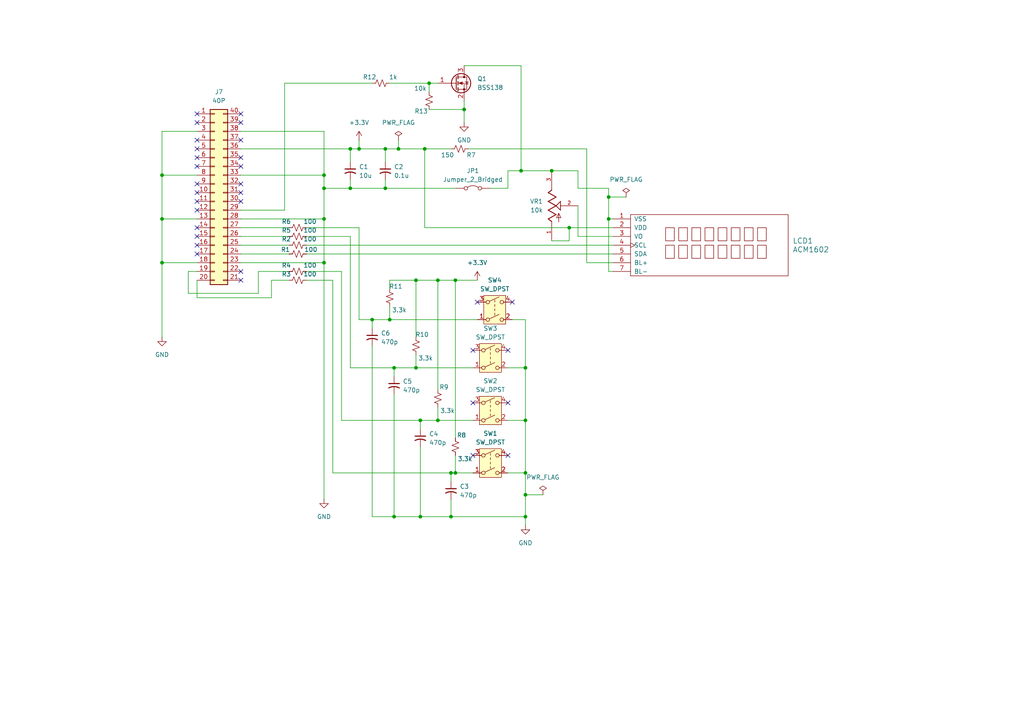
<source format=kicad_sch>
(kicad_sch (version 20250114) (generator "eeschema") (generator_version "9.0")
  (paper "A4")
  (lib_symbols
    (symbol "3362P-1-103:3362P-1-103" (pin_names (offset 1.016))
      (property "Reference" "VR" (at -10.1818 2.5465 0))
      (property "Value" "3362P-1-103" (at -10.1645 -7.6423 0))
      (symbol "3362P-1-103_0_0"
        (polyline (pts (xy -5.08 0) (xy -4.572 0)) (stroke (width 0.1524)))
        (polyline (pts (xy -4.699 -2.032) (xy -2.159 -2.032)) (stroke (width 0.1524)))
        (polyline (pts (xy -4.572 0) (xy -3.81 1.016)) (stroke (width 0.254)))
        (polyline (pts (xy -3.81 1.016) (xy -2.54 -1.27)) (stroke (width 0.254)))
        (polyline (pts (xy -3.429 -1.397) (xy -2.159 -2.032)) (stroke (width 0.1524)))
        (polyline (pts (xy -3.429 -2.667) (xy -3.429 -1.397)) (stroke (width 0.1524)))
        (polyline (pts (xy -2.54 -1.27) (xy -1.27 1.016)) (stroke (width 0.254)))
        (polyline (pts (xy -2.159 -2.032) (xy -3.429 -2.667)) (stroke (width 0.1524)))
        (polyline (pts (xy -1.27 1.016) (xy 0 -1.27)) (stroke (width 0.254)))
        (polyline (pts (xy -1.27 -2.54) (xy 0 -1.27)) (stroke (width 0.2032)))
        (polyline (pts (xy 0 -1.27) (xy 1.27 1.016)) (stroke (width 0.254)))
        (polyline (pts (xy 0 -1.27) (xy 1.27 -2.54)) (stroke (width 0.2032)))
        (polyline (pts (xy 1.27 1.016) (xy 2.54 -1.27)) (stroke (width 0.254)))
        (polyline (pts (xy 1.27 -2.54) (xy -1.27 -2.54)) (stroke (width 0.2032)))
        (polyline (pts (xy 2.54 -1.27) (xy 3.81 1.016)) (stroke (width 0.254)))
        (polyline (pts (xy 3.81 1.016) (xy 4.572 0)) (stroke (width 0.254)))
        (polyline (pts (xy 4.572 0) (xy 5.08 0)) (stroke (width 0.1524)))
        (pin passive line (at -10.16 0 0) (length 5.08) (name "~") (number "1"))
        (pin passive line (at 0 -7.62 90) (length 5.08) (name "~") (number "2"))
        (pin passive line (at 10.16 0 180) (length 5.08) (name "~") (number "3"))
      )
    )
    (symbol "Connector_Generic:Conn_02x20_Counter_Clockwise" (pin_names (offset 1.016) (hide yes))
      (property "Reference" "J" (at 1.27 25.4 0))
      (property "Value" "Conn_02x20_Counter_Clockwise" (at 1.27 -27.94 0))
      (symbol "Conn_02x20_Counter_Clockwise_1_1"
        (rectangle (start -1.27 24.13) (end 3.81 -26.67) (stroke (width 0.254)) (fill (type background)))
        (rectangle (start -1.27 22.987) (end 0 22.733) (stroke (width 0.1524)))
        (rectangle (start -1.27 20.447) (end 0 20.193) (stroke (width 0.1524)))
        (rectangle (start -1.27 17.907) (end 0 17.653) (stroke (width 0.1524)))
        (rectangle (start -1.27 15.367) (end 0 15.113) (stroke (width 0.1524)))
        (rectangle (start -1.27 12.827) (end 0 12.573) (stroke (width 0.1524)))
        (rectangle (start -1.27 10.287) (end 0 10.033) (stroke (width 0.1524)))
        (rectangle (start -1.27 7.747) (end 0 7.493) (stroke (width 0.1524)))
        (rectangle (start -1.27 5.207) (end 0 4.953) (stroke (width 0.1524)))
        (rectangle (start -1.27 2.667) (end 0 2.413) (stroke (width 0.1524)))
        (rectangle (start -1.27 0.127) (end 0 -0.127) (stroke (width 0.1524)))
        (rectangle (start -1.27 -2.413) (end 0 -2.667) (stroke (width 0.1524)))
        (rectangle (start -1.27 -4.953) (end 0 -5.207) (stroke (width 0.1524)))
        (rectangle (start -1.27 -7.493) (end 0 -7.747) (stroke (width 0.1524)))
        (rectangle (start -1.27 -10.033) (end 0 -10.287) (stroke (width 0.1524)))
        (rectangle (start -1.27 -12.573) (end 0 -12.827) (stroke (width 0.1524)))
        (rectangle (start -1.27 -15.113) (end 0 -15.367) (stroke (width 0.1524)))
        (rectangle (start -1.27 -17.653) (end 0 -17.907) (stroke (width 0.1524)))
        (rectangle (start -1.27 -20.193) (end 0 -20.447) (stroke (width 0.1524)))
        (rectangle (start -1.27 -22.733) (end 0 -22.987) (stroke (width 0.1524)))
        (rectangle (start -1.27 -25.273) (end 0 -25.527) (stroke (width 0.1524)))
        (rectangle (start 3.81 22.987) (end 2.54 22.733) (stroke (width 0.1524)))
        (rectangle (start 3.81 20.447) (end 2.54 20.193) (stroke (width 0.1524)))
        (rectangle (start 3.81 17.907) (end 2.54 17.653) (stroke (width 0.1524)))
        (rectangle (start 3.81 15.367) (end 2.54 15.113) (stroke (width 0.1524)))
        (rectangle (start 3.81 12.827) (end 2.54 12.573) (stroke (width 0.1524)))
        (rectangle (start 3.81 10.287) (end 2.54 10.033) (stroke (width 0.1524)))
        (rectangle (start 3.81 7.747) (end 2.54 7.493) (stroke (width 0.1524)))
        (rectangle (start 3.81 5.207) (end 2.54 4.953) (stroke (width 0.1524)))
        (rectangle (start 3.81 2.667) (end 2.54 2.413) (stroke (width 0.1524)))
        (rectangle (start 3.81 0.127) (end 2.54 -0.127) (stroke (width 0.1524)))
        (rectangle (start 3.81 -2.413) (end 2.54 -2.667) (stroke (width 0.1524)))
        (rectangle (start 3.81 -4.953) (end 2.54 -5.207) (stroke (width 0.1524)))
        (rectangle (start 3.81 -7.493) (end 2.54 -7.747) (stroke (width 0.1524)))
        (rectangle (start 3.81 -10.033) (end 2.54 -10.287) (stroke (width 0.1524)))
        (rectangle (start 3.81 -12.573) (end 2.54 -12.827) (stroke (width 0.1524)))
        (rectangle (start 3.81 -15.113) (end 2.54 -15.367) (stroke (width 0.1524)))
        (rectangle (start 3.81 -17.653) (end 2.54 -17.907) (stroke (width 0.1524)))
        (rectangle (start 3.81 -20.193) (end 2.54 -20.447) (stroke (width 0.1524)))
        (rectangle (start 3.81 -22.733) (end 2.54 -22.987) (stroke (width 0.1524)))
        (rectangle (start 3.81 -25.273) (end 2.54 -25.527) (stroke (width 0.1524)))
        (pin passive line (at -5.08 22.86 0) (length 3.81) (name "Pin_1") (number "1"))
        (pin passive line (at -5.08 20.32 0) (length 3.81) (name "Pin_2") (number "2"))
        (pin passive line (at -5.08 17.78 0) (length 3.81) (name "Pin_3") (number "3"))
        (pin passive line (at -5.08 15.24 0) (length 3.81) (name "Pin_4") (number "4"))
        (pin passive line (at -5.08 12.7 0) (length 3.81) (name "Pin_5") (number "5"))
        (pin passive line (at -5.08 10.16 0) (length 3.81) (name "Pin_6") (number "6"))
        (pin passive line (at -5.08 7.62 0) (length 3.81) (name "Pin_7") (number "7"))
        (pin passive line (at -5.08 5.08 0) (length 3.81) (name "Pin_8") (number "8"))
        (pin passive line (at -5.08 2.54 0) (length 3.81) (name "Pin_9") (number "9"))
        (pin passive line (at -5.08 0 0) (length 3.81) (name "Pin_10") (number "10"))
        (pin passive line (at -5.08 -2.54 0) (length 3.81) (name "Pin_11") (number "11"))
        (pin passive line (at -5.08 -5.08 0) (length 3.81) (name "Pin_12") (number "12"))
        (pin passive line (at -5.08 -7.62 0) (length 3.81) (name "Pin_13") (number "13"))
        (pin passive line (at -5.08 -10.16 0) (length 3.81) (name "Pin_14") (number "14"))
        (pin passive line (at -5.08 -12.7 0) (length 3.81) (name "Pin_15") (number "15"))
        (pin passive line (at -5.08 -15.24 0) (length 3.81) (name "Pin_16") (number "16"))
        (pin passive line (at -5.08 -17.78 0) (length 3.81) (name "Pin_17") (number "17"))
        (pin passive line (at -5.08 -20.32 0) (length 3.81) (name "Pin_18") (number "18"))
        (pin passive line (at -5.08 -22.86 0) (length 3.81) (name "Pin_19") (number "19"))
        (pin passive line (at -5.08 -25.4 0) (length 3.81) (name "Pin_20") (number "20"))
        (pin passive line (at 7.62 22.86 180) (length 3.81) (name "Pin_40") (number "40"))
        (pin passive line (at 7.62 20.32 180) (length 3.81) (name "Pin_39") (number "39"))
        (pin passive line (at 7.62 17.78 180) (length 3.81) (name "Pin_38") (number "38"))
        (pin passive line (at 7.62 15.24 180) (length 3.81) (name "Pin_37") (number "37"))
        (pin passive line (at 7.62 12.7 180) (length 3.81) (name "Pin_36") (number "36"))
        (pin passive line (at 7.62 10.16 180) (length 3.81) (name "Pin_35") (number "35"))
        (pin passive line (at 7.62 7.62 180) (length 3.81) (name "Pin_34") (number "34"))
        (pin passive line (at 7.62 5.08 180) (length 3.81) (name "Pin_33") (number "33"))
        (pin passive line (at 7.62 2.54 180) (length 3.81) (name "Pin_32") (number "32"))
        (pin passive line (at 7.62 0 180) (length 3.81) (name "Pin_31") (number "31"))
        (pin passive line (at 7.62 -2.54 180) (length 3.81) (name "Pin_30") (number "30"))
        (pin passive line (at 7.62 -5.08 180) (length 3.81) (name "Pin_29") (number "29"))
        (pin passive line (at 7.62 -7.62 180) (length 3.81) (name "Pin_28") (number "28"))
        (pin passive line (at 7.62 -10.16 180) (length 3.81) (name "Pin_27") (number "27"))
        (pin passive line (at 7.62 -12.7 180) (length 3.81) (name "Pin_26") (number "26"))
        (pin passive line (at 7.62 -15.24 180) (length 3.81) (name "Pin_25") (number "25"))
        (pin passive line (at 7.62 -17.78 180) (length 3.81) (name "Pin_24") (number "24"))
        (pin passive line (at 7.62 -20.32 180) (length 3.81) (name "Pin_23") (number "23"))
        (pin passive line (at 7.62 -22.86 180) (length 3.81) (name "Pin_22") (number "22"))
        (pin passive line (at 7.62 -25.4 180) (length 3.81) (name "Pin_21") (number "21"))
      )
    )
    (symbol "Device:C_Small_US" (pin_numbers (hide yes)) (pin_names (offset 0.254) (hide yes))
      (property "Reference" "C" (at 0.254 1.778 0))
      (property "Value" "C_Small_US" (at 0.254 -2.032 0))
      (symbol "C_Small_US_0_1"
        (polyline (pts (xy -1.524 0.508) (xy 1.524 0.508)) (stroke (width 0.3048)))
        (arc (start -1.524 -0.762) (mid 0 -0.3734) (end 1.524 -0.762) (stroke (width 0.3048)))
      )
      (symbol "C_Small_US_1_1"
        (pin passive line (at 0 2.54 270) (length 2.032) (name "~") (number "1"))
        (pin passive line (at 0 -2.54 90) (length 2.032) (name "~") (number "2"))
      )
    )
    (symbol "Device:R_Small_US" (pin_numbers (hide yes)) (pin_names (offset 0.254) (hide yes))
      (property "Reference" "R" (at 0.762 0.508 0))
      (property "Value" "R_Small_US" (at 0.762 -1.016 0))
      (symbol "R_Small_US_1_1"
        (polyline (pts (xy 0 1.524) (xy 1.016 1.143) (xy 0 0.762) (xy -1.016 0.381) (xy 0 0)))
        (polyline (pts (xy 0 0) (xy 1.016 -0.381) (xy 0 -0.762) (xy -1.016 -1.143) (xy 0 -1.524)))
        (pin passive line (at 0 2.54 270) (length 1.016) (name "~") (number "1"))
        (pin passive line (at 0 -2.54 90) (length 1.016) (name "~") (number "2"))
      )
    )
    (symbol "Jumper:Jumper_2_Bridged" (pin_numbers (hide yes)) (pin_names (offset 0) (hide yes))
      (property "Reference" "JP" (at 0 1.905 0))
      (property "Value" "Jumper_2_Bridged" (at 0 -2.54 0))
      (symbol "Jumper_2_Bridged_0_0"
        (circle (center -2.032 0) (radius 0.508))
        (circle (center 2.032 0) (radius 0.508))
      )
      (symbol "Jumper_2_Bridged_0_1"
        (arc (start -1.524 0.254) (mid 0 0.762) (end 1.524 0.254))
      )
      (symbol "Jumper_2_Bridged_1_1"
        (pin passive line (at -5.08 0 0) (length 2.54) (name "A") (number "1"))
        (pin passive line (at 5.08 0 180) (length 2.54) (name "B") (number "2"))
      )
    )
    (symbol "Switch:SW_DPST" (pin_names (offset 0) (hide yes))
      (property "Reference" "SW" (at 0 6.35 0))
      (property "Value" "SW_DPST" (at 0 -5.08 0))
      (symbol "SW_DPST_0_0"
        (circle (center -2.032 2.54) (radius 0.508))
        (circle (center -2.032 -2.54) (radius 0.508))
        (polyline (pts (xy -1.524 2.794) (xy 1.27 4.064)))
        (polyline (pts (xy -1.524 -2.286) (xy 1.27 -1.016)))
        (polyline (pts (xy 0 2.54) (xy 0 3.175)))
        (polyline (pts (xy 0 1.27) (xy 0 1.905)))
        (polyline (pts (xy 0 0) (xy 0 0.635)))
        (polyline (pts (xy 0 -1.27) (xy 0 -0.635)))
        (circle (center 2.032 2.54) (radius 0.508))
        (circle (center 2.032 -2.54) (radius 0.508))
      )
      (symbol "SW_DPST_1_1"
        (rectangle (start -3.175 4.445) (end 3.175 -3.81) (fill (type background)))
        (pin passive line (at -5.08 2.54 0) (length 2.54) (name "3") (number "3"))
        (pin passive line (at -5.08 -2.54 0) (length 2.54) (name "1") (number "1"))
        (pin passive line (at 5.08 2.54 180) (length 2.54) (name "4") (number "4"))
        (pin passive line (at 5.08 -2.54 180) (length 2.54) (name "2") (number "2"))
      )
    )
    (symbol "Transistor_FET:IRLML2060" (pin_names (hide yes))
      (property "Reference" "Q" (at 5.08 1.905 0))
      (property "Value" "IRLML2060" (at 5.08 0 0))
      (symbol "IRLML2060_0_1"
        (polyline (pts (xy 0.254 1.905) (xy 0.254 -1.905)) (stroke (width 0.254)))
        (polyline (pts (xy 0.254 0) (xy -2.54 0)))
        (polyline (pts (xy 0.762 2.286) (xy 0.762 1.27)) (stroke (width 0.254)))
        (polyline (pts (xy 0.762 0.508) (xy 0.762 -0.508)) (stroke (width 0.254)))
        (polyline (pts (xy 0.762 -1.27) (xy 0.762 -2.286)) (stroke (width 0.254)))
        (polyline (pts (xy 0.762 -1.778) (xy 3.302 -1.778) (xy 3.302 1.778) (xy 0.762 1.778)))
        (polyline (pts (xy 1.016 0) (xy 2.032 0.381) (xy 2.032 -0.381) (xy 1.016 0)) (fill (type outline)))
        (circle (center 1.651 0) (radius 2.794) (stroke (width 0.254)))
        (polyline (pts (xy 2.54 2.54) (xy 2.54 1.778)))
        (circle (center 2.54 1.778) (radius 0.254) (fill (type outline)))
        (circle (center 2.54 -1.778) (radius 0.254) (fill (type outline)))
        (polyline (pts (xy 2.54 -2.54) (xy 2.54 0) (xy 0.762 0)))
        (polyline (pts (xy 2.794 0.508) (xy 2.921 0.381) (xy 3.683 0.381) (xy 3.81 0.254)))
        (polyline (pts (xy 3.302 0.381) (xy 2.921 -0.254) (xy 3.683 -0.254) (xy 3.302 0.381)))
      )
      (symbol "IRLML2060_1_1"
        (pin input line (at -5.08 0 0) (length 2.54) (name "G") (number "1"))
        (pin passive line (at 2.54 5.08 270) (length 2.54) (name "D") (number "3"))
        (pin passive line (at 2.54 -5.08 90) (length 2.54) (name "S") (number "2"))
      )
    )
    (symbol "acm1602:ACM1602" (pin_names (offset 1.016))
      (property "Reference" "LCD1" (at 22.86 1.2701 0))
      (property "Value" "ACM1602" (at 22.86 -1.2699 0))
      (symbol "ACM1602_0_1"
        (rectangle (start -13.97 1.27) (end -11.43 5.08))
        (rectangle (start -13.97 0) (end -11.43 -3.81))
        (rectangle (start -10.16 1.27) (end -7.62 5.08))
        (rectangle (start -10.16 0) (end -7.62 -3.81))
        (rectangle (start -6.35 1.27) (end -3.81 5.08))
        (rectangle (start -6.35 0) (end -3.81 -3.81))
        (rectangle (start -2.54 1.27) (end 0 5.08))
        (rectangle (start -2.54 0) (end 0 -3.81))
        (rectangle (start 1.27 1.27) (end 3.81 5.08))
        (rectangle (start 1.27 0) (end 3.81 -3.81))
        (rectangle (start 5.08 1.27) (end 7.62 5.08))
        (rectangle (start 5.08 -3.81) (end 7.62 0))
        (rectangle (start 8.89 1.27) (end 11.43 5.08))
        (rectangle (start 8.89 0) (end 11.43 -3.81))
        (rectangle (start 12.7 5.08) (end 15.24 1.27))
        (rectangle (start 12.7 0) (end 15.24 -3.81))
        (rectangle (start 21.59 -8.89) (end -24.13 8.89))
      )
      (symbol "ACM1602_1_1"
        (pin power_in line (at -29.21 7.62 0) (length 5.08) (name "VSS") (number "1"))
        (pin power_in line (at -29.21 5.08 0) (length 5.08) (name "VDD") (number "2"))
        (pin input line (at -29.21 2.54 0) (length 5.08) (name "VO") (number "3"))
        (pin input clock (at -29.21 0 0) (length 5.08) (name "SCL") (number "4"))
        (pin input line (at -29.21 -2.54 0) (length 5.08) (name "SDA") (number "5"))
        (pin input line (at -29.21 -5.08 0) (length 5.08) (name "BL+") (number "6"))
        (pin input line (at -29.21 -7.62 0) (length 5.08) (name "BL-") (number "7"))
      )
    )
    (symbol "power:+3.3V" (power) (pin_numbers (hide yes)) (pin_names (offset 0) (hide yes))
      (property "Value" "+3.3V" (at 0 3.556 0))
      (symbol "+3.3V_0_1"
        (polyline (pts (xy -0.762 1.27) (xy 0 2.54)))
        (polyline (pts (xy 0 2.54) (xy 0.762 1.27)))
        (polyline (pts (xy 0 0) (xy 0 2.54)))
      )
      (symbol "+3.3V_1_1"
        (pin power_in line (at 0 0 90) (length 0) (name "~") (number "1"))
      )
    )
    (symbol "power:GND" (power) (pin_numbers (hide yes)) (pin_names (offset 0) (hide yes))
      (property "Value" "GND" (at 0 -3.81 0))
      (symbol "GND_0_1"
        (polyline (pts (xy 0 0) (xy 0 -1.27) (xy 1.27 -1.27) (xy 0 -2.54) (xy -1.27 -1.27) (xy 0 -1.27)))
      )
      (symbol "GND_1_1"
        (pin power_in line (at 0 0 270) (length 0) (name "~") (number "1"))
      )
    )
    (symbol "power:PWR_FLAG" (power) (pin_numbers (hide yes)) (pin_names (offset 0) (hide yes))
      (property "Value" "PWR_FLAG" (at 0 3.81 0))
      (symbol "PWR_FLAG_0_0"
        (pin power_out line (at 0 0 90) (length 0) (name "~") (number "1"))
      )
      (symbol "PWR_FLAG_0_1"
        (polyline (pts (xy 0 0) (xy 0 1.27) (xy -1.016 1.905) (xy 0 2.54) (xy 1.016 1.905) (xy 0 1.27)))
      )
    )
  )
  (junction (at 132.08 137.16))
  (junction (at 46.99 50.8))
  (junction (at 130.81 149.86))
  (junction (at 124.46 24.13))
  (junction (at 111.76 43.18))
  (junction (at 121.92 149.86))
  (junction (at 101.6 43.18))
  (junction (at 101.6 54.61))
  (junction (at 107.95 92.71))
  (junction (at 46.99 76.2))
  (junction (at 127 81.28))
  (junction (at 160.02 49.53))
  (junction (at 46.99 63.5))
  (junction (at 130.81 137.16))
  (junction (at 152.4 137.16))
  (junction (at 111.76 54.61))
  (junction (at 120.65 106.68))
  (junction (at 127 121.92))
  (junction (at 176.53 63.5))
  (junction (at 113.03 92.71))
  (junction (at 120.65 81.28))
  (junction (at 134.62 31.75))
  (junction (at 152.4 121.92))
  (junction (at 114.3 149.86))
  (junction (at 176.53 57.15))
  (junction (at 132.08 81.28))
  (junction (at 104.14 43.18))
  (junction (at 115.57 43.18))
  (junction (at 152.4 143.51))
  (junction (at 93.98 76.2))
  (junction (at 151.13 49.53))
  (junction (at 121.92 121.92))
  (junction (at 93.98 50.8))
  (junction (at 152.4 106.68))
  (junction (at 93.98 63.5))
  (junction (at 93.98 54.61))
  (junction (at 114.3 106.68))
  (junction (at 152.4 149.86))
  (junction (at 165.1 66.04))
  (junction (at 123.19 43.18))
  (no_connect (at 57.15 58.42))
  (no_connect (at 147.32 101.6))
  (no_connect (at 69.85 55.88))
  (no_connect (at 69.85 45.72))
  (no_connect (at 69.85 35.56))
  (no_connect (at 137.16 101.6))
  (no_connect (at 57.15 48.26))
  (no_connect (at 57.15 73.66))
  (no_connect (at 69.85 81.28))
  (no_connect (at 138.43 87.63))
  (no_connect (at 137.16 132.08))
  (no_connect (at 148.59 87.63))
  (no_connect (at 147.32 116.84))
  (no_connect (at 57.15 43.18))
  (no_connect (at 147.32 132.08))
  (no_connect (at 69.85 48.26))
  (no_connect (at 69.85 40.64))
  (no_connect (at 57.15 66.04))
  (no_connect (at 57.15 55.88))
  (no_connect (at 57.15 45.72))
  (no_connect (at 57.15 33.02))
  (no_connect (at 69.85 58.42))
  (no_connect (at 57.15 71.12))
  (no_connect (at 57.15 35.56))
  (no_connect (at 57.15 60.96))
  (no_connect (at 57.15 53.34))
  (no_connect (at 69.85 33.02))
  (no_connect (at 69.85 53.34))
  (no_connect (at 57.15 40.64))
  (no_connect (at 57.15 68.58))
  (no_connect (at 137.16 116.84))
  (no_connect (at 69.85 78.74))
  (wire (pts (xy 151.13 49.53) (xy 160.02 49.53)))
  (wire (pts (xy 54.61 78.74) (xy 57.15 78.74)))
  (wire (pts (xy 152.4 137.16) (xy 152.4 143.51)))
  (wire (pts (xy 93.98 63.5) (xy 93.98 76.2)))
  (wire (pts (xy 46.99 38.1) (xy 46.99 50.8)))
  (wire (pts (xy 127 81.28) (xy 127 113.03)))
  (wire (pts (xy 134.62 29.21) (xy 134.62 31.75)))
  (wire (pts (xy 127 81.28) (xy 120.65 81.28)))
  (wire (pts (xy 78.74 86.36) (xy 57.15 86.36)))
  (wire (pts (xy 113.03 81.28) (xy 113.03 83.82)))
  (wire (pts (xy 88.9 66.04) (xy 104.14 66.04)))
  (wire (pts (xy 152.4 92.71) (xy 152.4 106.68)))
  (wire (pts (xy 57.15 81.28) (xy 57.15 86.36)))
  (wire (pts (xy 83.82 81.28) (xy 78.74 81.28)))
  (wire (pts (xy 147.32 121.92) (xy 152.4 121.92)))
  (wire (pts (xy 147.32 54.61) (xy 147.32 49.53)))
  (wire (pts (xy 114.3 149.86) (xy 114.3 114.3)))
  (wire (pts (xy 93.98 54.61) (xy 93.98 63.5)))
  (wire (pts (xy 104.14 40.64) (xy 104.14 43.18)))
  (wire (pts (xy 167.64 68.58) (xy 177.8 68.58)))
  (wire (pts (xy 69.85 66.04) (xy 83.82 66.04)))
  (wire (pts (xy 147.32 49.53) (xy 151.13 49.53)))
  (wire (pts (xy 82.55 24.13) (xy 82.55 60.96)))
  (wire (pts (xy 130.81 149.86) (xy 121.92 149.86)))
  (wire (pts (xy 127 81.28) (xy 132.08 81.28)))
  (wire (pts (xy 124.46 24.13) (xy 124.46 26.67)))
  (wire (pts (xy 176.53 57.15) (xy 181.61 57.15)))
  (wire (pts (xy 88.9 73.66) (xy 177.8 73.66)))
  (wire (pts (xy 113.03 92.71) (xy 138.43 92.71)))
  (wire (pts (xy 69.85 71.12) (xy 83.82 71.12)))
  (wire (pts (xy 160.02 49.53) (xy 167.64 49.53)))
  (wire (pts (xy 101.6 43.18) (xy 104.14 43.18)))
  (wire (pts (xy 101.6 54.61) (xy 111.76 54.61)))
  (wire (pts (xy 74.93 78.74) (xy 74.93 85.09)))
  (wire (pts (xy 130.81 144.78) (xy 130.81 149.86)))
  (wire (pts (xy 142.24 54.61) (xy 147.32 54.61)))
  (wire (pts (xy 93.98 50.8) (xy 93.98 54.61)))
  (wire (pts (xy 152.4 143.51) (xy 157.48 143.51)))
  (wire (pts (xy 104.14 66.04) (xy 104.14 92.71)))
  (wire (pts (xy 69.85 76.2) (xy 93.98 76.2)))
  (wire (pts (xy 167.64 59.69) (xy 167.64 68.58)))
  (wire (pts (xy 120.65 81.28) (xy 113.03 81.28)))
  (wire (pts (xy 167.64 54.61) (xy 176.53 54.61)))
  (wire (pts (xy 69.85 63.5) (xy 93.98 63.5)))
  (wire (pts (xy 114.3 106.68) (xy 114.3 109.22)))
  (wire (pts (xy 114.3 149.86) (xy 107.95 149.86)))
  (wire (pts (xy 152.4 143.51) (xy 152.4 149.86)))
  (wire (pts (xy 104.14 43.18) (xy 111.76 43.18)))
  (wire (pts (xy 57.15 76.2) (xy 46.99 76.2)))
  (wire (pts (xy 96.52 81.28) (xy 88.9 81.28)))
  (wire (pts (xy 113.03 88.9) (xy 113.03 92.71)))
  (wire (pts (xy 107.95 149.86) (xy 107.95 100.33)))
  (wire (pts (xy 123.19 43.18) (xy 130.81 43.18)))
  (wire (pts (xy 57.15 38.1) (xy 46.99 38.1)))
  (wire (pts (xy 111.76 54.61) (xy 132.08 54.61)))
  (wire (pts (xy 69.85 73.66) (xy 83.82 73.66)))
  (wire (pts (xy 101.6 106.68) (xy 114.3 106.68)))
  (wire (pts (xy 165.1 69.85) (xy 165.1 66.04)))
  (wire (pts (xy 113.03 24.13) (xy 124.46 24.13)))
  (wire (pts (xy 167.64 49.53) (xy 167.64 54.61)))
  (wire (pts (xy 114.3 106.68) (xy 120.65 106.68)))
  (wire (pts (xy 101.6 68.58) (xy 101.6 106.68)))
  (wire (pts (xy 127 118.11) (xy 127 121.92)))
  (wire (pts (xy 99.06 78.74) (xy 88.9 78.74)))
  (wire (pts (xy 160.02 69.85) (xy 165.1 69.85)))
  (wire (pts (xy 123.19 43.18) (xy 123.19 66.04)))
  (wire (pts (xy 132.08 127) (xy 132.08 81.28)))
  (wire (pts (xy 82.55 60.96) (xy 69.85 60.96)))
  (wire (pts (xy 132.08 132.08) (xy 132.08 137.16)))
  (wire (pts (xy 120.65 106.68) (xy 137.16 106.68)))
  (wire (pts (xy 115.57 40.64) (xy 115.57 43.18)))
  (wire (pts (xy 101.6 52.07) (xy 101.6 54.61)))
  (wire (pts (xy 120.65 81.28) (xy 120.65 97.79)))
  (wire (pts (xy 88.9 71.12) (xy 177.8 71.12)))
  (wire (pts (xy 137.16 121.92) (xy 127 121.92)))
  (wire (pts (xy 111.76 52.07) (xy 111.76 54.61)))
  (wire (pts (xy 130.81 137.16) (xy 130.81 139.7)))
  (wire (pts (xy 46.99 63.5) (xy 46.99 76.2)))
  (wire (pts (xy 176.53 78.74) (xy 176.53 63.5)))
  (wire (pts (xy 127 121.92) (xy 121.92 121.92)))
  (wire (pts (xy 152.4 149.86) (xy 152.4 152.4)))
  (wire (pts (xy 69.85 68.58) (xy 83.82 68.58)))
  (wire (pts (xy 170.18 43.18) (xy 170.18 76.2)))
  (wire (pts (xy 165.1 66.04) (xy 177.8 66.04)))
  (wire (pts (xy 69.85 43.18) (xy 101.6 43.18)))
  (wire (pts (xy 69.85 50.8) (xy 93.98 50.8)))
  (wire (pts (xy 121.92 149.86) (xy 121.92 129.54)))
  (wire (pts (xy 111.76 43.18) (xy 115.57 43.18)))
  (wire (pts (xy 120.65 102.87) (xy 120.65 106.68)))
  (wire (pts (xy 130.81 137.16) (xy 132.08 137.16)))
  (wire (pts (xy 74.93 85.09) (xy 54.61 85.09)))
  (wire (pts (xy 151.13 19.05) (xy 151.13 49.53)))
  (wire (pts (xy 96.52 137.16) (xy 130.81 137.16)))
  (wire (pts (xy 132.08 81.28) (xy 138.43 81.28)))
  (wire (pts (xy 176.53 63.5) (xy 177.8 63.5)))
  (wire (pts (xy 152.4 106.68) (xy 152.4 121.92)))
  (wire (pts (xy 46.99 50.8) (xy 46.99 63.5)))
  (wire (pts (xy 121.92 149.86) (xy 114.3 149.86)))
  (wire (pts (xy 152.4 121.92) (xy 152.4 137.16)))
  (wire (pts (xy 88.9 68.58) (xy 101.6 68.58)))
  (wire (pts (xy 177.8 78.74) (xy 176.53 78.74)))
  (wire (pts (xy 176.53 63.5) (xy 176.53 57.15)))
  (wire (pts (xy 134.62 19.05) (xy 151.13 19.05)))
  (wire (pts (xy 107.95 92.71) (xy 107.95 95.25)))
  (wire (pts (xy 104.14 92.71) (xy 107.95 92.71)))
  (wire (pts (xy 101.6 43.18) (xy 101.6 46.99)))
  (wire (pts (xy 69.85 38.1) (xy 93.98 38.1)))
  (wire (pts (xy 54.61 78.74) (xy 54.61 85.09)))
  (wire (pts (xy 121.92 121.92) (xy 99.06 121.92)))
  (wire (pts (xy 124.46 31.75) (xy 134.62 31.75)))
  (wire (pts (xy 93.98 38.1) (xy 93.98 50.8)))
  (wire (pts (xy 130.81 149.86) (xy 152.4 149.86)))
  (wire (pts (xy 93.98 54.61) (xy 101.6 54.61)))
  (wire (pts (xy 176.53 57.15) (xy 176.53 54.61)))
  (wire (pts (xy 124.46 24.13) (xy 127 24.13)))
  (wire (pts (xy 177.8 76.2) (xy 170.18 76.2)))
  (wire (pts (xy 121.92 121.92) (xy 121.92 124.46)))
  (wire (pts (xy 170.18 43.18) (xy 135.89 43.18)))
  (wire (pts (xy 78.74 81.28) (xy 78.74 86.36)))
  (wire (pts (xy 115.57 43.18) (xy 123.19 43.18)))
  (wire (pts (xy 111.76 43.18) (xy 111.76 46.99)))
  (wire (pts (xy 93.98 76.2) (xy 93.98 144.78)))
  (wire (pts (xy 96.52 137.16) (xy 96.52 81.28)))
  (wire (pts (xy 46.99 76.2) (xy 46.99 97.79)))
  (wire (pts (xy 83.82 78.74) (xy 74.93 78.74)))
  (wire (pts (xy 123.19 66.04) (xy 165.1 66.04)))
  (wire (pts (xy 82.55 24.13) (xy 107.95 24.13)))
  (wire (pts (xy 46.99 50.8) (xy 57.15 50.8)))
  (wire (pts (xy 147.32 137.16) (xy 152.4 137.16)))
  (wire (pts (xy 148.59 92.71) (xy 152.4 92.71)))
  (wire (pts (xy 107.95 92.71) (xy 113.03 92.71)))
  (wire (pts (xy 57.15 63.5) (xy 46.99 63.5)))
  (wire (pts (xy 134.62 31.75) (xy 134.62 35.56)))
  (wire (pts (xy 132.08 137.16) (xy 137.16 137.16)))
  (wire (pts (xy 147.32 106.68) (xy 152.4 106.68)))
  (wire (pts (xy 99.06 121.92) (xy 99.06 78.74)))
  (symbol (lib_id "Device:C_Small_US") (at 101.6 49.53 0) (unit 1)
    (property "Reference" "C1" (at 104.14 48.3869 0) (effects (justify left)))
    (property "Value" "10u" (at 104.14 50.9269 0) (effects (justify left)))
    (property "Footprint" "Capacitor_SMD:C_0603_1608Metric_Pad1.08x0.95mm_HandSolder" (effects (hide yes)))
    (property "Description" "capacitor, small US symbol" (effects (hide yes)))
  )
  (symbol (lib_id "power:+3.3V") (at 104.14 40.64 0) (unit 1)
    (property "Reference" "#PWR02" (effects (hide yes)))
    (property "Value" "+3.3V" (at 104.14 35.56 0))
    (property "Description" "Power symbol creates a global label with name \"+3.3V\"" (effects (hide yes)))
  )
  (symbol (lib_id "Transistor_FET:IRLML2060") (at 132.08 24.13 0) (unit 1)
    (property "Reference" "Q1" (at 138.43 22.8599 0) (effects (justify left)))
    (property "Value" "BSS138" (at 138.43 25.3999 0) (effects (justify left)))
    (property "Footprint" "Package_TO_SOT_SMD:SOT-23" (effects (hide yes)))
    (property "Datasheet" "https://www.infineon.com/dgdl/irlml2060pbf.pdf?fileId=5546d462533600a401535664b7fb25ee" (effects (hide yes)))
    (property "Description" "1.2A Id, 60V Vds, 480mOhm Rds, N-Channel HEXFET Power MOSFET, SOT-23" (effects (hide yes)))
  )
  (symbol (lib_id "Switch:SW_DPST") (at 142.24 119.38 0) (unit 1)
    (property "Reference" "SW2" (at 142.24 110.49 0))
    (property "Value" "SW_DPST" (at 142.24 113.03 0))
    (property "Footprint" "Hobby-Devices:SW_TACT-EVQQ2Y03W" (effects (hide yes)))
    (property "Description" "Double Pole Single Throw (DPST) Switch" (effects (hide yes)))
  )
  (symbol (lib_id "3362P-1-103:3362P-1-103") (at 160.02 59.69 90) (unit 1)
    (property "Reference" "VR1" (at 157.48 58.4199 90) (effects (justify left)))
    (property "Value" "10k" (at 157.48 60.9599 90) (effects (justify left)))
    (property "Footprint" "3362p:TRIM_3362P-1-103" (effects (hide yes)))
    (property "MF" "Bourns" (effects (hide yes)))
    (property "Description_1" "TRIMMER - 1/4in SQ ST CERMET | Bourns 3362P-1-103" (effects (hide yes)))
    (property "Package" "3362P-1 Bourns Inc." (effects (hide yes)))
    (property "Price" "None" (effects (hide yes)))
    (property "STANDARD" "Manufacturer Recommendation" (effects (hide yes)))
    (property "PARTREV" "08/26/10" (effects (hide yes)))
    (property "SnapEDA_Link" "https://www.snapeda.com/parts/3362P-1-103/Bourns/view-part/?ref=snap" (effects (hide yes)))
    (property "MP" "3362P-1-103" (effects (hide yes)))
    (property "Availability" "In Stock" (effects (hide yes)))
    (property "Check_prices" "https://www.snapeda.com/parts/3362P-1-103/Bourns/view-part/?ref=eda" (effects (hide yes)))
  )
  (symbol (lib_id "power:GND") (at 134.62 35.56 0) (unit 1)
    (property "Reference" "#PWR05" (effects (hide yes)))
    (property "Value" "GND" (at 134.62 40.64 0))
    (property "Description" "Power symbol creates a global label with name \"GND\" , ground" (effects (hide yes)))
  )
  (symbol (lib_id "power:GND") (at 46.99 97.79 0) (unit 1)
    (property "Reference" "#PWR01" (effects (hide yes)))
    (property "Value" "GND" (at 46.99 102.87 0))
    (property "Description" "Power symbol creates a global label with name \"GND\" , ground" (effects (hide yes)))
  )
  (symbol (lib_id "Device:R_Small_US") (at 86.36 78.74 90) (unit 1)
    (property "Reference" "R4" (at 83.058 76.962 90))
    (property "Value" "100" (at 89.916 76.962 90))
    (property "Footprint" "Resistor_SMD:R_0603_1608Metric_Pad0.98x0.95mm_HandSolder" (effects (hide yes)))
    (property "Description" "Resistor, small US symbol" (effects (hide yes)))
  )
  (symbol (lib_id "Device:R_Small_US") (at 86.36 68.58 90) (unit 1)
    (property "Reference" "R5" (at 83.058 66.802 90))
    (property "Value" "100" (at 89.916 66.802 90))
    (property "Footprint" "Resistor_SMD:R_0603_1608Metric_Pad0.98x0.95mm_HandSolder" (effects (hide yes)))
    (property "Description" "Resistor, small US symbol" (effects (hide yes)))
  )
  (symbol (lib_id "power:PWR_FLAG") (at 157.48 143.51 0) (unit 1)
    (property "Reference" "#FLG02" (effects (hide yes)))
    (property "Value" "PWR_FLAG" (at 157.48 138.43 0))
    (property "Description" "Special symbol for telling ERC where power comes from" (effects (hide yes)))
  )
  (symbol (lib_id "Device:C_Small_US") (at 130.81 142.24 0) (unit 1)
    (property "Reference" "C3" (at 133.35 141.0969 0) (effects (justify left)))
    (property "Value" "470p" (at 133.35 143.6369 0) (effects (justify left)))
    (property "Footprint" "Capacitor_SMD:C_0603_1608Metric_Pad1.08x0.95mm_HandSolder" (effects (hide yes)))
    (property "Description" "capacitor, small US symbol" (effects (hide yes)))
  )
  (symbol (lib_id "Switch:SW_DPST") (at 142.24 104.14 0) (unit 1)
    (property "Reference" "SW3" (at 142.24 95.25 0))
    (property "Value" "SW_DPST" (at 142.24 97.79 0))
    (property "Footprint" "Hobby-Devices:SW_TACT-EVQQ2Y03W" (effects (hide yes)))
    (property "Description" "Double Pole Single Throw (DPST) Switch" (effects (hide yes)))
  )
  (symbol (lib_id "Device:C_Small_US") (at 114.3 111.76 0) (unit 1)
    (property "Reference" "C5" (at 116.84 110.6169 0) (effects (justify left)))
    (property "Value" "470p" (at 116.84 113.1569 0) (effects (justify left)))
    (property "Footprint" "Capacitor_SMD:C_0603_1608Metric_Pad1.08x0.95mm_HandSolder" (effects (hide yes)))
    (property "Description" "capacitor, small US symbol" (effects (hide yes)))
  )
  (symbol (lib_id "Device:C_Small_US") (at 107.95 97.79 0) (unit 1)
    (property "Reference" "C6" (at 110.49 96.6469 0) (effects (justify left)))
    (property "Value" "470p" (at 110.49 99.1869 0) (effects (justify left)))
    (property "Footprint" "Capacitor_SMD:C_0603_1608Metric_Pad1.08x0.95mm_HandSolder" (effects (hide yes)))
    (property "Description" "capacitor, small US symbol" (effects (hide yes)))
  )
  (symbol (lib_id "Device:R_Small_US") (at 86.36 81.28 90) (unit 1)
    (property "Reference" "R3" (at 83.058 79.502 90))
    (property "Value" "100" (at 89.916 79.502 90))
    (property "Footprint" "Resistor_SMD:R_0603_1608Metric_Pad0.98x0.95mm_HandSolder" (effects (hide yes)))
    (property "Description" "Resistor, small US symbol" (effects (hide yes)))
  )
  (symbol (lib_id "Device:R_Small_US") (at 133.35 43.18 270) (unit 1)
    (property "Reference" "R7" (at 136.652 44.958 90))
    (property "Value" "150" (at 129.794 44.958 90))
    (property "Footprint" "Resistor_SMD:R_0603_1608Metric_Pad0.98x0.95mm_HandSolder" (effects (hide yes)))
    (property "Description" "Resistor, small US symbol" (effects (hide yes)))
  )
  (symbol (lib_id "Connector_Generic:Conn_02x20_Counter_Clockwise") (at 62.23 55.88 0) (unit 1)
    (property "Reference" "J7" (at 63.5 26.67 0))
    (property "Value" "40P" (at 63.5 29.21 0))
    (property "Footprint" "RPI_Hat:RPI_Hat_B+" (effects (hide yes)))
    (property "Description" "Generic connector, double row, 02x20, counter clockwise pin numbering scheme (similar to DIP package numbering), script generated (kicad-library-utils/schlib/autogen/connector/)" (effects (hide yes)))
  )
  (symbol (lib_id "Jumper:Jumper_2_Bridged") (at 137.16 54.61 0) (unit 1)
    (property "Reference" "JP1" (at 137.16 49.53 0))
    (property "Value" "Jumper_2_Bridged" (at 137.16 52.07 0))
    (property "Footprint" "Connector_PinHeader_2.54mm:PinHeader_1x02_P2.54mm_Vertical" (effects (hide yes)))
    (property "Description" "Jumper, 2-pole, closed/bridged" (effects (hide yes)))
  )
  (symbol (lib_id "Device:R_Small_US") (at 86.36 73.66 90) (unit 1)
    (property "Reference" "R1" (at 82.804 72.39 90))
    (property "Value" "100" (at 90.17 72.39 90))
    (property "Footprint" "Resistor_SMD:R_0603_1608Metric_Pad0.98x0.95mm_HandSolder" (effects (hide yes)))
    (property "Description" "Resistor, small US symbol" (effects (hide yes)))
  )
  (symbol (lib_id "Device:C_Small_US") (at 111.76 49.53 0) (unit 1)
    (property "Reference" "C2" (at 114.3 48.3869 0) (effects (justify left)))
    (property "Value" "0.1u" (at 114.3 50.9269 0) (effects (justify left)))
    (property "Footprint" "Capacitor_SMD:C_0603_1608Metric_Pad1.08x0.95mm_HandSolder" (effects (hide yes)))
    (property "Description" "capacitor, small US symbol" (effects (hide yes)))
  )
  (symbol (lib_id "Device:R_Small_US") (at 132.08 129.54 0) (unit 1)
    (property "Reference" "R8" (at 133.858 126.238 0))
    (property "Value" "3.3k" (at 134.874 133.096 0))
    (property "Footprint" "Resistor_SMD:R_0603_1608Metric_Pad0.98x0.95mm_HandSolder" (effects (hide yes)))
    (property "Description" "Resistor, small US symbol" (effects (hide yes)))
  )
  (symbol (lib_id "Device:R_Small_US") (at 86.36 66.04 90) (unit 1)
    (property "Reference" "R6" (at 83.058 64.262 90))
    (property "Value" "100" (at 89.916 64.262 90))
    (property "Footprint" "Resistor_SMD:R_0603_1608Metric_Pad0.98x0.95mm_HandSolder" (effects (hide yes)))
    (property "Description" "Resistor, small US symbol" (effects (hide yes)))
  )
  (symbol (lib_id "power:PWR_FLAG") (at 181.61 57.15 0) (unit 1)
    (property "Reference" "#FLG03" (effects (hide yes)))
    (property "Value" "PWR_FLAG" (at 181.61 52.07 0))
    (property "Description" "Special symbol for telling ERC where power comes from" (effects (hide yes)))
  )
  (symbol (lib_id "Device:C_Small_US") (at 121.92 127 0) (unit 1)
    (property "Reference" "C4" (at 124.46 125.8569 0) (effects (justify left)))
    (property "Value" "470p" (at 124.46 128.3969 0) (effects (justify left)))
    (property "Footprint" "Capacitor_SMD:C_0603_1608Metric_Pad1.08x0.95mm_HandSolder" (effects (hide yes)))
    (property "Description" "capacitor, small US symbol" (effects (hide yes)))
  )
  (symbol (lib_id "Device:R_Small_US") (at 110.49 24.13 90) (unit 1)
    (property "Reference" "R12" (at 107.188 22.352 90))
    (property "Value" "1k" (at 114.046 22.352 90))
    (property "Footprint" "Resistor_SMD:R_0603_1608Metric_Pad0.98x0.95mm_HandSolder" (effects (hide yes)))
    (property "Description" "Resistor, small US symbol" (effects (hide yes)))
  )
  (symbol (lib_id "Device:R_Small_US") (at 120.65 100.33 0) (unit 1)
    (property "Reference" "R10" (at 122.428 97.028 0))
    (property "Value" "3.3k" (at 123.444 103.886 0))
    (property "Footprint" "Resistor_SMD:R_0603_1608Metric_Pad0.98x0.95mm_HandSolder" (effects (hide yes)))
    (property "Description" "Resistor, small US symbol" (effects (hide yes)))
  )
  (symbol (lib_id "power:GND") (at 152.4 152.4 0) (unit 1)
    (property "Reference" "#PWR04" (effects (hide yes)))
    (property "Value" "GND" (at 152.4 157.48 0))
    (property "Description" "Power symbol creates a global label with name \"GND\" , ground" (effects (hide yes)))
  )
  (symbol (lib_id "power:GND") (at 93.98 144.78 0) (unit 1)
    (property "Reference" "#PWR03" (effects (hide yes)))
    (property "Value" "GND" (at 93.98 149.86 0))
    (property "Description" "Power symbol creates a global label with name \"GND\" , ground" (effects (hide yes)))
  )
  (symbol (lib_id "Device:R_Small_US") (at 113.03 86.36 0) (unit 1)
    (property "Reference" "R11" (at 114.808 83.058 0))
    (property "Value" "3.3k" (at 115.824 89.916 0))
    (property "Footprint" "Resistor_SMD:R_0603_1608Metric_Pad0.98x0.95mm_HandSolder" (effects (hide yes)))
    (property "Description" "Resistor, small US symbol" (effects (hide yes)))
  )
  (symbol (lib_id "Switch:SW_DPST") (at 143.51 90.17 0) (unit 1)
    (property "Reference" "SW4" (at 143.51 81.28 0))
    (property "Value" "SW_DPST" (at 143.51 83.82 0))
    (property "Footprint" "Hobby-Devices:SW_TACT-EVQQ2Y03W" (effects (hide yes)))
    (property "Description" "Double Pole Single Throw (DPST) Switch" (effects (hide yes)))
  )
  (symbol (lib_id "Device:R_Small_US") (at 86.36 71.12 90) (unit 1)
    (property "Reference" "R2" (at 83.058 69.342 90))
    (property "Value" "100" (at 89.916 69.342 90))
    (property "Footprint" "Resistor_SMD:R_0603_1608Metric_Pad0.98x0.95mm_HandSolder" (effects (hide yes)))
    (property "Description" "Resistor, small US symbol" (effects (hide yes)))
  )
  (symbol (lib_id "acm1602:ACM1602") (at 207.01 71.12 0) (unit 1)
    (property "Reference" "LCD1" (at 229.87 69.8499 0) (effects (font (size 1.524 1.524)) (justify left)))
    (property "Value" "ACM1602" (at 229.87 72.3899 0) (effects (font (size 1.524 1.524)) (justify left)))
    (property "Footprint" "Hobby-Devices:I2C_LCD-ACM1602NI-FLW-FBW-M01" (effects (hide yes)))
    (property "Description" "OLED Charactor Display, I2C" (effects (hide yes)))
  )
  (symbol (lib_id "power:+3.3V") (at 138.43 81.28 0) (unit 1)
    (property "Reference" "#PWR06" (effects (hide yes)))
    (property "Value" "+3.3V" (at 138.43 76.2 0))
    (property "Description" "Power symbol creates a global label with name \"+3.3V\"" (effects (hide yes)))
  )
  (symbol (lib_id "Switch:SW_DPST") (at 142.24 134.62 0) (unit 1)
    (property "Reference" "SW1" (at 142.24 125.73 0))
    (property "Value" "SW_DPST" (at 142.24 128.27 0))
    (property "Footprint" "Hobby-Devices:SW_TACT-EVQQ2Y03W" (effects (hide yes)))
    (property "Description" "Double Pole Single Throw (DPST) Switch" (effects (hide yes)))
  )
  (symbol (lib_id "Device:R_Small_US") (at 127 115.57 0) (unit 1)
    (property "Reference" "R9" (at 128.778 112.268 0))
    (property "Value" "3.3k" (at 129.794 119.126 0))
    (property "Footprint" "Resistor_SMD:R_0603_1608Metric_Pad0.98x0.95mm_HandSolder" (effects (hide yes)))
    (property "Description" "Resistor, small US symbol" (effects (hide yes)))
  )
  (symbol (lib_id "Device:R_Small_US") (at 124.46 29.21 180) (unit 1)
    (property "Reference" "R13" (at 122.174 32.258 0))
    (property "Value" "10k" (at 121.92 25.654 0))
    (property "Footprint" "Resistor_SMD:R_0603_1608Metric_Pad0.98x0.95mm_HandSolder" (effects (hide yes)))
    (property "Description" "Resistor, small US symbol" (effects (hide yes)))
  )
  (symbol (lib_id "power:PWR_FLAG") (at 115.57 40.64 0) (unit 1)
    (property "Reference" "#FLG01" (effects (hide yes)))
    (property "Value" "PWR_FLAG" (at 115.57 35.56 0))
    (property "Description" "Special symbol for telling ERC where power comes from" (effects (hide yes)))
  )
)
</source>
